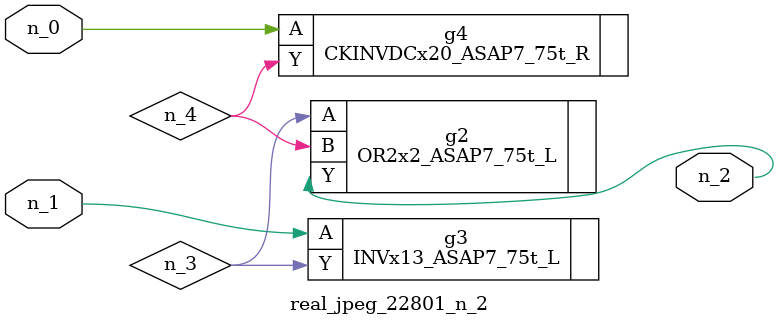
<source format=v>
module real_jpeg_22801_n_2 (n_1, n_0, n_2);

input n_1;
input n_0;

output n_2;

wire n_4;
wire n_3;

CKINVDCx20_ASAP7_75t_R g4 ( 
.A(n_0),
.Y(n_4)
);

INVx13_ASAP7_75t_L g3 ( 
.A(n_1),
.Y(n_3)
);

OR2x2_ASAP7_75t_L g2 ( 
.A(n_3),
.B(n_4),
.Y(n_2)
);


endmodule
</source>
